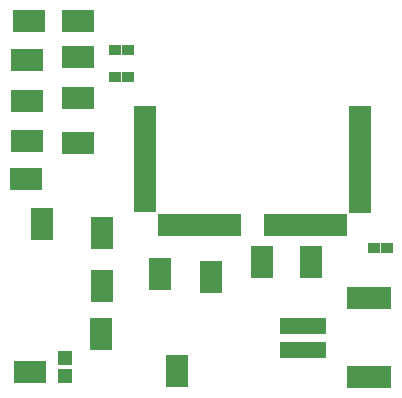
<source format=gbr>
G04 #@! TF.FileFunction,Soldermask,Bot*
%FSLAX46Y46*%
G04 Gerber Fmt 4.6, Leading zero omitted, Abs format (unit mm)*
G04 Created by KiCad (PCBNEW 4.0.0-stable) date Thursday, June 23, 2016 'AMt' 11:02:30 AM*
%MOMM*%
G01*
G04 APERTURE LIST*
%ADD10C,0.100000*%
%ADD11R,1.150000X1.200000*%
%ADD12R,3.795980X1.898600*%
%ADD13R,3.897580X1.395680*%
%ADD14R,1.000000X0.900000*%
%ADD15R,2.700000X1.950000*%
%ADD16R,1.950000X2.700000*%
%ADD17R,1.100000X1.900000*%
%ADD18R,1.900000X1.154000*%
%ADD19R,1.900000X1.100000*%
G04 APERTURE END LIST*
D10*
D11*
X91694000Y-170295000D03*
X91694000Y-168795000D03*
D12*
X117475000Y-163738560D03*
D13*
X111925100Y-166088060D03*
X111925100Y-168084500D03*
D12*
X117475000Y-170434000D03*
D14*
X118999000Y-159512000D03*
X117899000Y-159512000D03*
D15*
X88646000Y-140271500D03*
X88519000Y-143573500D03*
X88519000Y-147066000D03*
X88519000Y-150431500D03*
X92837000Y-140271500D03*
X92837000Y-143319500D03*
D16*
X89789000Y-157480000D03*
D15*
X88392000Y-153606500D03*
X92837000Y-150622000D03*
X92837000Y-146748500D03*
D16*
X94742000Y-166751000D03*
X94869000Y-162687000D03*
X94869000Y-158242000D03*
X101219000Y-169926000D03*
X108394500Y-160655000D03*
D14*
X95970000Y-142748000D03*
X97070000Y-142748000D03*
X95970000Y-145034000D03*
X97070000Y-145034000D03*
D16*
X99758500Y-161671000D03*
X104076500Y-161925000D03*
X112522000Y-160655000D03*
D17*
X109104000Y-157548000D03*
X106104000Y-157548000D03*
X110104000Y-157548000D03*
X111104000Y-157548000D03*
X112104000Y-157548000D03*
X113104000Y-157548000D03*
X114104000Y-157548000D03*
X115104000Y-157548000D03*
X105104000Y-157548000D03*
X104104000Y-157548000D03*
X103104000Y-157548000D03*
X102104000Y-157548000D03*
X101104000Y-157548000D03*
X100104000Y-157548000D03*
D18*
X116682900Y-155969100D03*
D19*
X98525100Y-155969100D03*
X116682900Y-154969100D03*
X116682900Y-153969100D03*
X116682900Y-152969100D03*
X116682900Y-151969100D03*
X116682900Y-150969100D03*
X116682900Y-149969100D03*
X116682900Y-148969100D03*
X116682900Y-147969100D03*
X98525100Y-154969100D03*
X98525100Y-153969100D03*
X98525100Y-152969100D03*
X98525100Y-151969100D03*
X98525100Y-150969100D03*
X98525100Y-149969100D03*
X98525100Y-148969100D03*
X98525100Y-147969100D03*
D15*
X88773000Y-169989500D03*
M02*

</source>
